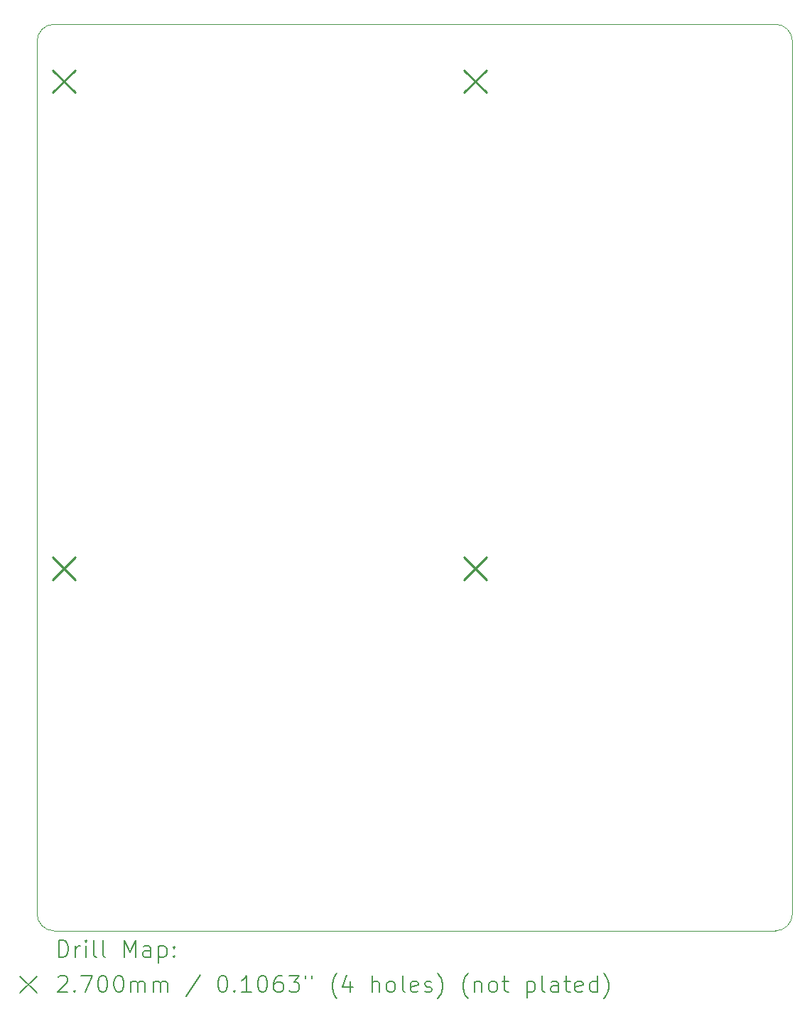
<source format=gbr>
%TF.GenerationSoftware,KiCad,Pcbnew,8.0.1-8.0.1-0~ubuntu23.10.1*%
%TF.CreationDate,2024-04-25T23:44:30+01:00*%
%TF.ProjectId,g5500-pidrive,67353530-302d-4706-9964-726976652e6b,rev?*%
%TF.SameCoordinates,Original*%
%TF.FileFunction,Drillmap*%
%TF.FilePolarity,Positive*%
%FSLAX45Y45*%
G04 Gerber Fmt 4.5, Leading zero omitted, Abs format (unit mm)*
G04 Created by KiCad (PCBNEW 8.0.1-8.0.1-0~ubuntu23.10.1) date 2024-04-25 23:44:30*
%MOMM*%
%LPD*%
G01*
G04 APERTURE LIST*
%ADD10C,0.050000*%
%ADD11C,0.200000*%
%ADD12C,0.270000*%
G04 APERTURE END LIST*
D10*
X12400000Y-3400000D02*
X12400000Y-13800000D01*
X12200000Y-3200000D02*
G75*
G02*
X12400000Y-3400000I0J-200000D01*
G01*
X12400000Y-13800000D02*
G75*
G02*
X12200000Y-14000000I-200000J0D01*
G01*
X3600000Y-14000000D02*
X12200000Y-14000000D01*
X3600000Y-14000000D02*
G75*
G02*
X3400000Y-13800000I0J200000D01*
G01*
X3400000Y-3400000D02*
G75*
G02*
X3600000Y-3200000I200000J0D01*
G01*
X3400000Y-3400000D02*
X3400000Y-13800000D01*
X3600000Y-3200000D02*
X12200000Y-3200000D01*
D11*
D12*
X3585000Y-3745000D02*
X3855000Y-4015000D01*
X3855000Y-3745000D02*
X3585000Y-4015000D01*
X3585000Y-9545000D02*
X3855000Y-9815000D01*
X3855000Y-9545000D02*
X3585000Y-9815000D01*
X8485000Y-3745000D02*
X8755000Y-4015000D01*
X8755000Y-3745000D02*
X8485000Y-4015000D01*
X8485000Y-9545000D02*
X8755000Y-9815000D01*
X8755000Y-9545000D02*
X8485000Y-9815000D01*
D11*
X3658277Y-14313984D02*
X3658277Y-14113984D01*
X3658277Y-14113984D02*
X3705896Y-14113984D01*
X3705896Y-14113984D02*
X3734467Y-14123508D01*
X3734467Y-14123508D02*
X3753515Y-14142555D01*
X3753515Y-14142555D02*
X3763039Y-14161603D01*
X3763039Y-14161603D02*
X3772562Y-14199698D01*
X3772562Y-14199698D02*
X3772562Y-14228269D01*
X3772562Y-14228269D02*
X3763039Y-14266365D01*
X3763039Y-14266365D02*
X3753515Y-14285412D01*
X3753515Y-14285412D02*
X3734467Y-14304460D01*
X3734467Y-14304460D02*
X3705896Y-14313984D01*
X3705896Y-14313984D02*
X3658277Y-14313984D01*
X3858277Y-14313984D02*
X3858277Y-14180650D01*
X3858277Y-14218746D02*
X3867801Y-14199698D01*
X3867801Y-14199698D02*
X3877324Y-14190174D01*
X3877324Y-14190174D02*
X3896372Y-14180650D01*
X3896372Y-14180650D02*
X3915420Y-14180650D01*
X3982086Y-14313984D02*
X3982086Y-14180650D01*
X3982086Y-14113984D02*
X3972562Y-14123508D01*
X3972562Y-14123508D02*
X3982086Y-14133031D01*
X3982086Y-14133031D02*
X3991610Y-14123508D01*
X3991610Y-14123508D02*
X3982086Y-14113984D01*
X3982086Y-14113984D02*
X3982086Y-14133031D01*
X4105896Y-14313984D02*
X4086848Y-14304460D01*
X4086848Y-14304460D02*
X4077324Y-14285412D01*
X4077324Y-14285412D02*
X4077324Y-14113984D01*
X4210658Y-14313984D02*
X4191610Y-14304460D01*
X4191610Y-14304460D02*
X4182086Y-14285412D01*
X4182086Y-14285412D02*
X4182086Y-14113984D01*
X4439229Y-14313984D02*
X4439229Y-14113984D01*
X4439229Y-14113984D02*
X4505896Y-14256841D01*
X4505896Y-14256841D02*
X4572563Y-14113984D01*
X4572563Y-14113984D02*
X4572563Y-14313984D01*
X4753515Y-14313984D02*
X4753515Y-14209222D01*
X4753515Y-14209222D02*
X4743991Y-14190174D01*
X4743991Y-14190174D02*
X4724944Y-14180650D01*
X4724944Y-14180650D02*
X4686848Y-14180650D01*
X4686848Y-14180650D02*
X4667801Y-14190174D01*
X4753515Y-14304460D02*
X4734467Y-14313984D01*
X4734467Y-14313984D02*
X4686848Y-14313984D01*
X4686848Y-14313984D02*
X4667801Y-14304460D01*
X4667801Y-14304460D02*
X4658277Y-14285412D01*
X4658277Y-14285412D02*
X4658277Y-14266365D01*
X4658277Y-14266365D02*
X4667801Y-14247317D01*
X4667801Y-14247317D02*
X4686848Y-14237793D01*
X4686848Y-14237793D02*
X4734467Y-14237793D01*
X4734467Y-14237793D02*
X4753515Y-14228269D01*
X4848753Y-14180650D02*
X4848753Y-14380650D01*
X4848753Y-14190174D02*
X4867801Y-14180650D01*
X4867801Y-14180650D02*
X4905896Y-14180650D01*
X4905896Y-14180650D02*
X4924944Y-14190174D01*
X4924944Y-14190174D02*
X4934467Y-14199698D01*
X4934467Y-14199698D02*
X4943991Y-14218746D01*
X4943991Y-14218746D02*
X4943991Y-14275888D01*
X4943991Y-14275888D02*
X4934467Y-14294936D01*
X4934467Y-14294936D02*
X4924944Y-14304460D01*
X4924944Y-14304460D02*
X4905896Y-14313984D01*
X4905896Y-14313984D02*
X4867801Y-14313984D01*
X4867801Y-14313984D02*
X4848753Y-14304460D01*
X5029705Y-14294936D02*
X5039229Y-14304460D01*
X5039229Y-14304460D02*
X5029705Y-14313984D01*
X5029705Y-14313984D02*
X5020182Y-14304460D01*
X5020182Y-14304460D02*
X5029705Y-14294936D01*
X5029705Y-14294936D02*
X5029705Y-14313984D01*
X5029705Y-14190174D02*
X5039229Y-14199698D01*
X5039229Y-14199698D02*
X5029705Y-14209222D01*
X5029705Y-14209222D02*
X5020182Y-14199698D01*
X5020182Y-14199698D02*
X5029705Y-14190174D01*
X5029705Y-14190174D02*
X5029705Y-14209222D01*
X3197500Y-14542500D02*
X3397500Y-14742500D01*
X3397500Y-14542500D02*
X3197500Y-14742500D01*
X3648753Y-14553031D02*
X3658277Y-14543508D01*
X3658277Y-14543508D02*
X3677324Y-14533984D01*
X3677324Y-14533984D02*
X3724943Y-14533984D01*
X3724943Y-14533984D02*
X3743991Y-14543508D01*
X3743991Y-14543508D02*
X3753515Y-14553031D01*
X3753515Y-14553031D02*
X3763039Y-14572079D01*
X3763039Y-14572079D02*
X3763039Y-14591127D01*
X3763039Y-14591127D02*
X3753515Y-14619698D01*
X3753515Y-14619698D02*
X3639229Y-14733984D01*
X3639229Y-14733984D02*
X3763039Y-14733984D01*
X3848753Y-14714936D02*
X3858277Y-14724460D01*
X3858277Y-14724460D02*
X3848753Y-14733984D01*
X3848753Y-14733984D02*
X3839229Y-14724460D01*
X3839229Y-14724460D02*
X3848753Y-14714936D01*
X3848753Y-14714936D02*
X3848753Y-14733984D01*
X3924943Y-14533984D02*
X4058277Y-14533984D01*
X4058277Y-14533984D02*
X3972562Y-14733984D01*
X4172562Y-14533984D02*
X4191610Y-14533984D01*
X4191610Y-14533984D02*
X4210658Y-14543508D01*
X4210658Y-14543508D02*
X4220182Y-14553031D01*
X4220182Y-14553031D02*
X4229705Y-14572079D01*
X4229705Y-14572079D02*
X4239229Y-14610174D01*
X4239229Y-14610174D02*
X4239229Y-14657793D01*
X4239229Y-14657793D02*
X4229705Y-14695888D01*
X4229705Y-14695888D02*
X4220182Y-14714936D01*
X4220182Y-14714936D02*
X4210658Y-14724460D01*
X4210658Y-14724460D02*
X4191610Y-14733984D01*
X4191610Y-14733984D02*
X4172562Y-14733984D01*
X4172562Y-14733984D02*
X4153515Y-14724460D01*
X4153515Y-14724460D02*
X4143991Y-14714936D01*
X4143991Y-14714936D02*
X4134467Y-14695888D01*
X4134467Y-14695888D02*
X4124943Y-14657793D01*
X4124943Y-14657793D02*
X4124943Y-14610174D01*
X4124943Y-14610174D02*
X4134467Y-14572079D01*
X4134467Y-14572079D02*
X4143991Y-14553031D01*
X4143991Y-14553031D02*
X4153515Y-14543508D01*
X4153515Y-14543508D02*
X4172562Y-14533984D01*
X4363039Y-14533984D02*
X4382086Y-14533984D01*
X4382086Y-14533984D02*
X4401134Y-14543508D01*
X4401134Y-14543508D02*
X4410658Y-14553031D01*
X4410658Y-14553031D02*
X4420182Y-14572079D01*
X4420182Y-14572079D02*
X4429705Y-14610174D01*
X4429705Y-14610174D02*
X4429705Y-14657793D01*
X4429705Y-14657793D02*
X4420182Y-14695888D01*
X4420182Y-14695888D02*
X4410658Y-14714936D01*
X4410658Y-14714936D02*
X4401134Y-14724460D01*
X4401134Y-14724460D02*
X4382086Y-14733984D01*
X4382086Y-14733984D02*
X4363039Y-14733984D01*
X4363039Y-14733984D02*
X4343991Y-14724460D01*
X4343991Y-14724460D02*
X4334467Y-14714936D01*
X4334467Y-14714936D02*
X4324944Y-14695888D01*
X4324944Y-14695888D02*
X4315420Y-14657793D01*
X4315420Y-14657793D02*
X4315420Y-14610174D01*
X4315420Y-14610174D02*
X4324944Y-14572079D01*
X4324944Y-14572079D02*
X4334467Y-14553031D01*
X4334467Y-14553031D02*
X4343991Y-14543508D01*
X4343991Y-14543508D02*
X4363039Y-14533984D01*
X4515420Y-14733984D02*
X4515420Y-14600650D01*
X4515420Y-14619698D02*
X4524944Y-14610174D01*
X4524944Y-14610174D02*
X4543991Y-14600650D01*
X4543991Y-14600650D02*
X4572563Y-14600650D01*
X4572563Y-14600650D02*
X4591610Y-14610174D01*
X4591610Y-14610174D02*
X4601134Y-14629222D01*
X4601134Y-14629222D02*
X4601134Y-14733984D01*
X4601134Y-14629222D02*
X4610658Y-14610174D01*
X4610658Y-14610174D02*
X4629705Y-14600650D01*
X4629705Y-14600650D02*
X4658277Y-14600650D01*
X4658277Y-14600650D02*
X4677325Y-14610174D01*
X4677325Y-14610174D02*
X4686848Y-14629222D01*
X4686848Y-14629222D02*
X4686848Y-14733984D01*
X4782086Y-14733984D02*
X4782086Y-14600650D01*
X4782086Y-14619698D02*
X4791610Y-14610174D01*
X4791610Y-14610174D02*
X4810658Y-14600650D01*
X4810658Y-14600650D02*
X4839229Y-14600650D01*
X4839229Y-14600650D02*
X4858277Y-14610174D01*
X4858277Y-14610174D02*
X4867801Y-14629222D01*
X4867801Y-14629222D02*
X4867801Y-14733984D01*
X4867801Y-14629222D02*
X4877325Y-14610174D01*
X4877325Y-14610174D02*
X4896372Y-14600650D01*
X4896372Y-14600650D02*
X4924944Y-14600650D01*
X4924944Y-14600650D02*
X4943991Y-14610174D01*
X4943991Y-14610174D02*
X4953515Y-14629222D01*
X4953515Y-14629222D02*
X4953515Y-14733984D01*
X5343991Y-14524460D02*
X5172563Y-14781603D01*
X5601134Y-14533984D02*
X5620182Y-14533984D01*
X5620182Y-14533984D02*
X5639229Y-14543508D01*
X5639229Y-14543508D02*
X5648753Y-14553031D01*
X5648753Y-14553031D02*
X5658277Y-14572079D01*
X5658277Y-14572079D02*
X5667801Y-14610174D01*
X5667801Y-14610174D02*
X5667801Y-14657793D01*
X5667801Y-14657793D02*
X5658277Y-14695888D01*
X5658277Y-14695888D02*
X5648753Y-14714936D01*
X5648753Y-14714936D02*
X5639229Y-14724460D01*
X5639229Y-14724460D02*
X5620182Y-14733984D01*
X5620182Y-14733984D02*
X5601134Y-14733984D01*
X5601134Y-14733984D02*
X5582087Y-14724460D01*
X5582087Y-14724460D02*
X5572563Y-14714936D01*
X5572563Y-14714936D02*
X5563039Y-14695888D01*
X5563039Y-14695888D02*
X5553515Y-14657793D01*
X5553515Y-14657793D02*
X5553515Y-14610174D01*
X5553515Y-14610174D02*
X5563039Y-14572079D01*
X5563039Y-14572079D02*
X5572563Y-14553031D01*
X5572563Y-14553031D02*
X5582087Y-14543508D01*
X5582087Y-14543508D02*
X5601134Y-14533984D01*
X5753515Y-14714936D02*
X5763039Y-14724460D01*
X5763039Y-14724460D02*
X5753515Y-14733984D01*
X5753515Y-14733984D02*
X5743991Y-14724460D01*
X5743991Y-14724460D02*
X5753515Y-14714936D01*
X5753515Y-14714936D02*
X5753515Y-14733984D01*
X5953515Y-14733984D02*
X5839229Y-14733984D01*
X5896372Y-14733984D02*
X5896372Y-14533984D01*
X5896372Y-14533984D02*
X5877325Y-14562555D01*
X5877325Y-14562555D02*
X5858277Y-14581603D01*
X5858277Y-14581603D02*
X5839229Y-14591127D01*
X6077325Y-14533984D02*
X6096372Y-14533984D01*
X6096372Y-14533984D02*
X6115420Y-14543508D01*
X6115420Y-14543508D02*
X6124944Y-14553031D01*
X6124944Y-14553031D02*
X6134467Y-14572079D01*
X6134467Y-14572079D02*
X6143991Y-14610174D01*
X6143991Y-14610174D02*
X6143991Y-14657793D01*
X6143991Y-14657793D02*
X6134467Y-14695888D01*
X6134467Y-14695888D02*
X6124944Y-14714936D01*
X6124944Y-14714936D02*
X6115420Y-14724460D01*
X6115420Y-14724460D02*
X6096372Y-14733984D01*
X6096372Y-14733984D02*
X6077325Y-14733984D01*
X6077325Y-14733984D02*
X6058277Y-14724460D01*
X6058277Y-14724460D02*
X6048753Y-14714936D01*
X6048753Y-14714936D02*
X6039229Y-14695888D01*
X6039229Y-14695888D02*
X6029706Y-14657793D01*
X6029706Y-14657793D02*
X6029706Y-14610174D01*
X6029706Y-14610174D02*
X6039229Y-14572079D01*
X6039229Y-14572079D02*
X6048753Y-14553031D01*
X6048753Y-14553031D02*
X6058277Y-14543508D01*
X6058277Y-14543508D02*
X6077325Y-14533984D01*
X6315420Y-14533984D02*
X6277325Y-14533984D01*
X6277325Y-14533984D02*
X6258277Y-14543508D01*
X6258277Y-14543508D02*
X6248753Y-14553031D01*
X6248753Y-14553031D02*
X6229706Y-14581603D01*
X6229706Y-14581603D02*
X6220182Y-14619698D01*
X6220182Y-14619698D02*
X6220182Y-14695888D01*
X6220182Y-14695888D02*
X6229706Y-14714936D01*
X6229706Y-14714936D02*
X6239229Y-14724460D01*
X6239229Y-14724460D02*
X6258277Y-14733984D01*
X6258277Y-14733984D02*
X6296372Y-14733984D01*
X6296372Y-14733984D02*
X6315420Y-14724460D01*
X6315420Y-14724460D02*
X6324944Y-14714936D01*
X6324944Y-14714936D02*
X6334467Y-14695888D01*
X6334467Y-14695888D02*
X6334467Y-14648269D01*
X6334467Y-14648269D02*
X6324944Y-14629222D01*
X6324944Y-14629222D02*
X6315420Y-14619698D01*
X6315420Y-14619698D02*
X6296372Y-14610174D01*
X6296372Y-14610174D02*
X6258277Y-14610174D01*
X6258277Y-14610174D02*
X6239229Y-14619698D01*
X6239229Y-14619698D02*
X6229706Y-14629222D01*
X6229706Y-14629222D02*
X6220182Y-14648269D01*
X6401134Y-14533984D02*
X6524944Y-14533984D01*
X6524944Y-14533984D02*
X6458277Y-14610174D01*
X6458277Y-14610174D02*
X6486848Y-14610174D01*
X6486848Y-14610174D02*
X6505896Y-14619698D01*
X6505896Y-14619698D02*
X6515420Y-14629222D01*
X6515420Y-14629222D02*
X6524944Y-14648269D01*
X6524944Y-14648269D02*
X6524944Y-14695888D01*
X6524944Y-14695888D02*
X6515420Y-14714936D01*
X6515420Y-14714936D02*
X6505896Y-14724460D01*
X6505896Y-14724460D02*
X6486848Y-14733984D01*
X6486848Y-14733984D02*
X6429706Y-14733984D01*
X6429706Y-14733984D02*
X6410658Y-14724460D01*
X6410658Y-14724460D02*
X6401134Y-14714936D01*
X6601134Y-14533984D02*
X6601134Y-14572079D01*
X6677325Y-14533984D02*
X6677325Y-14572079D01*
X6972563Y-14810174D02*
X6963039Y-14800650D01*
X6963039Y-14800650D02*
X6943991Y-14772079D01*
X6943991Y-14772079D02*
X6934468Y-14753031D01*
X6934468Y-14753031D02*
X6924944Y-14724460D01*
X6924944Y-14724460D02*
X6915420Y-14676841D01*
X6915420Y-14676841D02*
X6915420Y-14638746D01*
X6915420Y-14638746D02*
X6924944Y-14591127D01*
X6924944Y-14591127D02*
X6934468Y-14562555D01*
X6934468Y-14562555D02*
X6943991Y-14543508D01*
X6943991Y-14543508D02*
X6963039Y-14514936D01*
X6963039Y-14514936D02*
X6972563Y-14505412D01*
X7134468Y-14600650D02*
X7134468Y-14733984D01*
X7086848Y-14524460D02*
X7039229Y-14667317D01*
X7039229Y-14667317D02*
X7163039Y-14667317D01*
X7391610Y-14733984D02*
X7391610Y-14533984D01*
X7477325Y-14733984D02*
X7477325Y-14629222D01*
X7477325Y-14629222D02*
X7467801Y-14610174D01*
X7467801Y-14610174D02*
X7448753Y-14600650D01*
X7448753Y-14600650D02*
X7420182Y-14600650D01*
X7420182Y-14600650D02*
X7401134Y-14610174D01*
X7401134Y-14610174D02*
X7391610Y-14619698D01*
X7601134Y-14733984D02*
X7582087Y-14724460D01*
X7582087Y-14724460D02*
X7572563Y-14714936D01*
X7572563Y-14714936D02*
X7563039Y-14695888D01*
X7563039Y-14695888D02*
X7563039Y-14638746D01*
X7563039Y-14638746D02*
X7572563Y-14619698D01*
X7572563Y-14619698D02*
X7582087Y-14610174D01*
X7582087Y-14610174D02*
X7601134Y-14600650D01*
X7601134Y-14600650D02*
X7629706Y-14600650D01*
X7629706Y-14600650D02*
X7648753Y-14610174D01*
X7648753Y-14610174D02*
X7658277Y-14619698D01*
X7658277Y-14619698D02*
X7667801Y-14638746D01*
X7667801Y-14638746D02*
X7667801Y-14695888D01*
X7667801Y-14695888D02*
X7658277Y-14714936D01*
X7658277Y-14714936D02*
X7648753Y-14724460D01*
X7648753Y-14724460D02*
X7629706Y-14733984D01*
X7629706Y-14733984D02*
X7601134Y-14733984D01*
X7782087Y-14733984D02*
X7763039Y-14724460D01*
X7763039Y-14724460D02*
X7753515Y-14705412D01*
X7753515Y-14705412D02*
X7753515Y-14533984D01*
X7934468Y-14724460D02*
X7915420Y-14733984D01*
X7915420Y-14733984D02*
X7877325Y-14733984D01*
X7877325Y-14733984D02*
X7858277Y-14724460D01*
X7858277Y-14724460D02*
X7848753Y-14705412D01*
X7848753Y-14705412D02*
X7848753Y-14629222D01*
X7848753Y-14629222D02*
X7858277Y-14610174D01*
X7858277Y-14610174D02*
X7877325Y-14600650D01*
X7877325Y-14600650D02*
X7915420Y-14600650D01*
X7915420Y-14600650D02*
X7934468Y-14610174D01*
X7934468Y-14610174D02*
X7943991Y-14629222D01*
X7943991Y-14629222D02*
X7943991Y-14648269D01*
X7943991Y-14648269D02*
X7848753Y-14667317D01*
X8020182Y-14724460D02*
X8039230Y-14733984D01*
X8039230Y-14733984D02*
X8077325Y-14733984D01*
X8077325Y-14733984D02*
X8096372Y-14724460D01*
X8096372Y-14724460D02*
X8105896Y-14705412D01*
X8105896Y-14705412D02*
X8105896Y-14695888D01*
X8105896Y-14695888D02*
X8096372Y-14676841D01*
X8096372Y-14676841D02*
X8077325Y-14667317D01*
X8077325Y-14667317D02*
X8048753Y-14667317D01*
X8048753Y-14667317D02*
X8029706Y-14657793D01*
X8029706Y-14657793D02*
X8020182Y-14638746D01*
X8020182Y-14638746D02*
X8020182Y-14629222D01*
X8020182Y-14629222D02*
X8029706Y-14610174D01*
X8029706Y-14610174D02*
X8048753Y-14600650D01*
X8048753Y-14600650D02*
X8077325Y-14600650D01*
X8077325Y-14600650D02*
X8096372Y-14610174D01*
X8172563Y-14810174D02*
X8182087Y-14800650D01*
X8182087Y-14800650D02*
X8201134Y-14772079D01*
X8201134Y-14772079D02*
X8210658Y-14753031D01*
X8210658Y-14753031D02*
X8220182Y-14724460D01*
X8220182Y-14724460D02*
X8229706Y-14676841D01*
X8229706Y-14676841D02*
X8229706Y-14638746D01*
X8229706Y-14638746D02*
X8220182Y-14591127D01*
X8220182Y-14591127D02*
X8210658Y-14562555D01*
X8210658Y-14562555D02*
X8201134Y-14543508D01*
X8201134Y-14543508D02*
X8182087Y-14514936D01*
X8182087Y-14514936D02*
X8172563Y-14505412D01*
X8534468Y-14810174D02*
X8524944Y-14800650D01*
X8524944Y-14800650D02*
X8505896Y-14772079D01*
X8505896Y-14772079D02*
X8496373Y-14753031D01*
X8496373Y-14753031D02*
X8486849Y-14724460D01*
X8486849Y-14724460D02*
X8477325Y-14676841D01*
X8477325Y-14676841D02*
X8477325Y-14638746D01*
X8477325Y-14638746D02*
X8486849Y-14591127D01*
X8486849Y-14591127D02*
X8496373Y-14562555D01*
X8496373Y-14562555D02*
X8505896Y-14543508D01*
X8505896Y-14543508D02*
X8524944Y-14514936D01*
X8524944Y-14514936D02*
X8534468Y-14505412D01*
X8610658Y-14600650D02*
X8610658Y-14733984D01*
X8610658Y-14619698D02*
X8620182Y-14610174D01*
X8620182Y-14610174D02*
X8639230Y-14600650D01*
X8639230Y-14600650D02*
X8667801Y-14600650D01*
X8667801Y-14600650D02*
X8686849Y-14610174D01*
X8686849Y-14610174D02*
X8696373Y-14629222D01*
X8696373Y-14629222D02*
X8696373Y-14733984D01*
X8820182Y-14733984D02*
X8801134Y-14724460D01*
X8801134Y-14724460D02*
X8791611Y-14714936D01*
X8791611Y-14714936D02*
X8782087Y-14695888D01*
X8782087Y-14695888D02*
X8782087Y-14638746D01*
X8782087Y-14638746D02*
X8791611Y-14619698D01*
X8791611Y-14619698D02*
X8801134Y-14610174D01*
X8801134Y-14610174D02*
X8820182Y-14600650D01*
X8820182Y-14600650D02*
X8848754Y-14600650D01*
X8848754Y-14600650D02*
X8867801Y-14610174D01*
X8867801Y-14610174D02*
X8877325Y-14619698D01*
X8877325Y-14619698D02*
X8886849Y-14638746D01*
X8886849Y-14638746D02*
X8886849Y-14695888D01*
X8886849Y-14695888D02*
X8877325Y-14714936D01*
X8877325Y-14714936D02*
X8867801Y-14724460D01*
X8867801Y-14724460D02*
X8848754Y-14733984D01*
X8848754Y-14733984D02*
X8820182Y-14733984D01*
X8943992Y-14600650D02*
X9020182Y-14600650D01*
X8972563Y-14533984D02*
X8972563Y-14705412D01*
X8972563Y-14705412D02*
X8982087Y-14724460D01*
X8982087Y-14724460D02*
X9001134Y-14733984D01*
X9001134Y-14733984D02*
X9020182Y-14733984D01*
X9239230Y-14600650D02*
X9239230Y-14800650D01*
X9239230Y-14610174D02*
X9258277Y-14600650D01*
X9258277Y-14600650D02*
X9296373Y-14600650D01*
X9296373Y-14600650D02*
X9315420Y-14610174D01*
X9315420Y-14610174D02*
X9324944Y-14619698D01*
X9324944Y-14619698D02*
X9334468Y-14638746D01*
X9334468Y-14638746D02*
X9334468Y-14695888D01*
X9334468Y-14695888D02*
X9324944Y-14714936D01*
X9324944Y-14714936D02*
X9315420Y-14724460D01*
X9315420Y-14724460D02*
X9296373Y-14733984D01*
X9296373Y-14733984D02*
X9258277Y-14733984D01*
X9258277Y-14733984D02*
X9239230Y-14724460D01*
X9448754Y-14733984D02*
X9429706Y-14724460D01*
X9429706Y-14724460D02*
X9420182Y-14705412D01*
X9420182Y-14705412D02*
X9420182Y-14533984D01*
X9610658Y-14733984D02*
X9610658Y-14629222D01*
X9610658Y-14629222D02*
X9601135Y-14610174D01*
X9601135Y-14610174D02*
X9582087Y-14600650D01*
X9582087Y-14600650D02*
X9543992Y-14600650D01*
X9543992Y-14600650D02*
X9524944Y-14610174D01*
X9610658Y-14724460D02*
X9591611Y-14733984D01*
X9591611Y-14733984D02*
X9543992Y-14733984D01*
X9543992Y-14733984D02*
X9524944Y-14724460D01*
X9524944Y-14724460D02*
X9515420Y-14705412D01*
X9515420Y-14705412D02*
X9515420Y-14686365D01*
X9515420Y-14686365D02*
X9524944Y-14667317D01*
X9524944Y-14667317D02*
X9543992Y-14657793D01*
X9543992Y-14657793D02*
X9591611Y-14657793D01*
X9591611Y-14657793D02*
X9610658Y-14648269D01*
X9677325Y-14600650D02*
X9753515Y-14600650D01*
X9705896Y-14533984D02*
X9705896Y-14705412D01*
X9705896Y-14705412D02*
X9715420Y-14724460D01*
X9715420Y-14724460D02*
X9734468Y-14733984D01*
X9734468Y-14733984D02*
X9753515Y-14733984D01*
X9896373Y-14724460D02*
X9877325Y-14733984D01*
X9877325Y-14733984D02*
X9839230Y-14733984D01*
X9839230Y-14733984D02*
X9820182Y-14724460D01*
X9820182Y-14724460D02*
X9810658Y-14705412D01*
X9810658Y-14705412D02*
X9810658Y-14629222D01*
X9810658Y-14629222D02*
X9820182Y-14610174D01*
X9820182Y-14610174D02*
X9839230Y-14600650D01*
X9839230Y-14600650D02*
X9877325Y-14600650D01*
X9877325Y-14600650D02*
X9896373Y-14610174D01*
X9896373Y-14610174D02*
X9905896Y-14629222D01*
X9905896Y-14629222D02*
X9905896Y-14648269D01*
X9905896Y-14648269D02*
X9810658Y-14667317D01*
X10077325Y-14733984D02*
X10077325Y-14533984D01*
X10077325Y-14724460D02*
X10058277Y-14733984D01*
X10058277Y-14733984D02*
X10020182Y-14733984D01*
X10020182Y-14733984D02*
X10001135Y-14724460D01*
X10001135Y-14724460D02*
X9991611Y-14714936D01*
X9991611Y-14714936D02*
X9982087Y-14695888D01*
X9982087Y-14695888D02*
X9982087Y-14638746D01*
X9982087Y-14638746D02*
X9991611Y-14619698D01*
X9991611Y-14619698D02*
X10001135Y-14610174D01*
X10001135Y-14610174D02*
X10020182Y-14600650D01*
X10020182Y-14600650D02*
X10058277Y-14600650D01*
X10058277Y-14600650D02*
X10077325Y-14610174D01*
X10153516Y-14810174D02*
X10163039Y-14800650D01*
X10163039Y-14800650D02*
X10182087Y-14772079D01*
X10182087Y-14772079D02*
X10191611Y-14753031D01*
X10191611Y-14753031D02*
X10201135Y-14724460D01*
X10201135Y-14724460D02*
X10210658Y-14676841D01*
X10210658Y-14676841D02*
X10210658Y-14638746D01*
X10210658Y-14638746D02*
X10201135Y-14591127D01*
X10201135Y-14591127D02*
X10191611Y-14562555D01*
X10191611Y-14562555D02*
X10182087Y-14543508D01*
X10182087Y-14543508D02*
X10163039Y-14514936D01*
X10163039Y-14514936D02*
X10153516Y-14505412D01*
M02*

</source>
